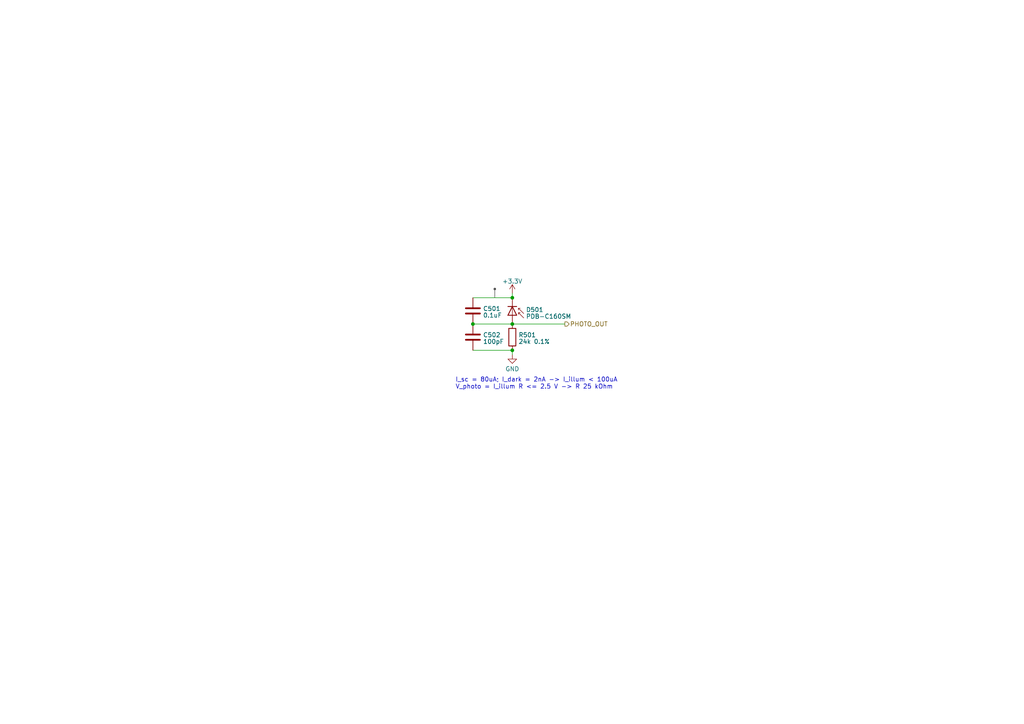
<source format=kicad_sch>
(kicad_sch (version 20230121) (generator eeschema)
  (paper "A4")
  (lib_symbols
    (symbol "Device:C" (pin_numbers hide) (pin_names (offset 0.254))
      (property "Reference" "C" (at 0.635 2.54 0))
      (property "Value" "C" (at 0.635 -2.54 0))
      (symbol "C_0_1"
        (polyline (pts (xy -2.032 -0.762) (xy 2.032 -0.762)) (stroke (width 0.508)))
        (polyline (pts (xy -2.032 0.762) (xy 2.032 0.762)) (stroke (width 0.508)))
      )
      (symbol "C_1_1"
        (pin passive line (at 0 3.81 270) (length 2.794) (name "~") (number "1"))
        (pin passive line (at 0 -3.81 90) (length 2.794) (name "~") (number "2"))
      )
    )
    (symbol "Device:D_Photo" (pin_numbers hide) (pin_names hide)
      (property "Reference" "D" (at 0.508 1.778 0))
      (property "Value" "D_Photo" (at -1.016 -2.794 0))
      (symbol "D_Photo_0_1"
        (polyline (pts (xy -2.54 1.27) (xy -2.54 -1.27)) (stroke (width 0.254)))
        (polyline (pts (xy -2.032 1.778) (xy -1.524 1.778)))
        (polyline (pts (xy 0 0) (xy -2.54 0)))
        (polyline (pts (xy -0.508 3.302) (xy -2.032 1.778) (xy -2.032 2.286)))
        (polyline (pts (xy 0 -1.27) (xy 0 1.27) (xy -2.54 0) (xy 0 -1.27)) (stroke (width 0.254)))
        (polyline (pts (xy 0.762 3.302) (xy -0.762 1.778) (xy -0.762 2.286) (xy -0.762 1.778) (xy -0.254 1.778)))
      )
      (symbol "D_Photo_1_1"
        (pin passive line (at -5.08 0 0) (length 2.54) (name "K") (number "1"))
        (pin passive line (at 2.54 0 180) (length 2.54) (name "A") (number "2"))
      )
    )
    (symbol "Device:R" (pin_numbers hide) (pin_names (offset 0))
      (property "Reference" "R" (at 2.032 0 90))
      (property "Value" "R" (at 0 0 90))
      (symbol "R_0_1"
        (rectangle (start -1.016 -2.54) (end 1.016 2.54) (stroke (width 0.254)))
      )
      (symbol "R_1_1"
        (pin passive line (at 0 3.81 270) (length 1.27) (name "~") (number "1"))
        (pin passive line (at 0 -3.81 90) (length 1.27) (name "~") (number "2"))
      )
    )
    (symbol "power:+3.3V" (power) (pin_names (offset 0))
      (property "Value" "+3.3V" (at 0 3.556 0))
      (symbol "+3.3V_0_1"
        (polyline (pts (xy -0.762 1.27) (xy 0 2.54)))
        (polyline (pts (xy 0 0) (xy 0 2.54)))
        (polyline (pts (xy 0 2.54) (xy 0.762 1.27)))
      )
      (symbol "+3.3V_1_1"
        (pin power_in line (at 0 0 90) (length 0) hide (name "+3.3V") (number "1"))
      )
    )
    (symbol "power:GND" (power) (pin_names (offset 0))
      (property "Value" "GND" (at 0 -3.81 0))
      (symbol "GND_0_1"
        (polyline (pts (xy 0 0) (xy 0 -1.27) (xy 1.27 -1.27) (xy 0 -2.54) (xy -1.27 -1.27) (xy 0 -1.27)))
      )
      (symbol "GND_1_1"
        (pin power_in line (at 0 0 270) (length 0) hide (name "GND") (number "1"))
      )
    )
  )
  (junction (at 148.59 93.98))
  (junction (at 137.16 93.98))
  (junction (at 148.59 101.6))
  (junction (at 148.59 86.36))
  (wire (pts (xy 148.59 101.6) (xy 148.59 102.87)))
  (wire (pts (xy 137.16 86.36) (xy 148.59 86.36)))
  (wire (pts (xy 148.59 93.98) (xy 163.83 93.98)))
  (wire (pts (xy 137.16 93.98) (xy 148.59 93.98)))
  (wire (pts (xy 148.59 85.09) (xy 148.59 86.36)))
  (wire (pts (xy 137.16 101.6) (xy 148.59 101.6)))
  (text "I_sc = 80uA; I_dark = 2nA -> I_illum < 100uA\nV_photo = I_illum R <= 2.5 V -> R 25 kOhm" (at 132.08 113.03 0) (effects (font (size 1.27 1.27)) (justify left bottom)))
  (hierarchical_label "PHOTO_OUT" (shape output) (at 163.83 93.98 0))
  (netclass_flag "" (length 2.54) (shape dot) (at 143.51 86.36 0) (property "Netclass" "RegPower" (effects hide)))
  (symbol (lib_id "Device:C") (at 137.16 97.79 0) (unit 1)
    (property "Reference" "C502" (at 140.081 97.1463 0) (effects (justify left)))
    (property "Value" "100pF" (at 140.081 99.0673 0) (effects (justify left)))
    (property "Footprint" "Capacitor_SMD:C_0603_1608Metric_Pad1.08x0.95mm_HandSolder" (effects hide))
  )
  (symbol (lib_id "power:+3.3V") (at 148.59 85.09 0) (unit 1)
    (property "Reference" "#PWR0501" (effects hide))
    (property "Value" "+3.3V" (at 148.59 81.5881 0))
  )
  (symbol (lib_id "Device:D_Photo") (at 148.59 91.44 270) (unit 1)
    (property "Reference" "D501" (at 152.527 89.8438 90) (effects (justify left)))
    (property "Value" "PDB-C160SM\n" (at 152.527 91.7648 90) (effects (justify left)))
    (property "Footprint" "Diode_SMD:D_SMA_Handsoldering" (effects hide))
    (property "Datasheet" "https://www.advancedphotonix.com/wp-content/uploads/2022/03/DS-PDB-C160SM.pdf" (effects hide))
  )
  (symbol (lib_id "Device:R") (at 148.59 97.79 0) (unit 1)
    (property "Reference" "R501" (at 150.368 97.1463 0) (effects (justify left)))
    (property "Value" "24k 0.1%" (at 150.368 99.0673 0) (effects (justify left)))
    (property "Footprint" "Resistor_SMD:R_0603_1608Metric_Pad0.98x0.95mm_HandSolder" (effects hide))
  )
  (symbol (lib_id "Device:C") (at 137.16 90.17 0) (unit 1)
    (property "Reference" "C501" (at 140.081 89.5263 0) (effects (justify left)))
    (property "Value" "0.1uF" (at 140.081 91.4473 0) (effects (justify left)))
    (property "Footprint" "Capacitor_SMD:C_0603_1608Metric_Pad1.08x0.95mm_HandSolder" (effects hide))
  )
  (symbol (lib_id "power:GND") (at 148.59 102.87 0) (unit 1)
    (property "Reference" "#PWR0502" (effects hide))
    (property "Value" "GND" (at 148.59 107.0055 0))
  )
)
</source>
